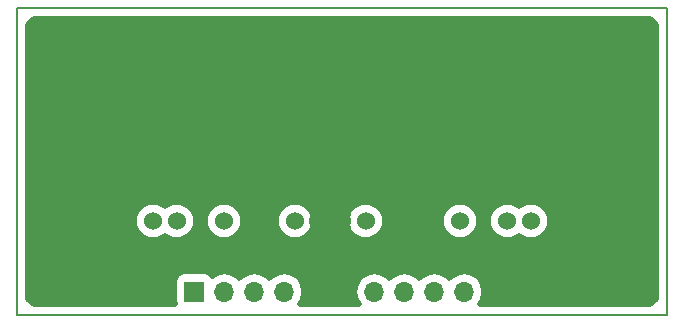
<source format=gbr>
%TF.GenerationSoftware,KiCad,Pcbnew,4.0.7*%
%TF.CreationDate,2021-06-18T00:55:45+09:00*%
%TF.ProjectId,NuTube_Conversion_Board,4E75547562655F436F6E76657273696F,rev?*%
%TF.FileFunction,Copper,L2,Bot,Signal*%
%FSLAX46Y46*%
G04 Gerber Fmt 4.6, Leading zero omitted, Abs format (unit mm)*
G04 Created by KiCad (PCBNEW 4.0.7) date 06/18/21 00:55:45*
%MOMM*%
%LPD*%
G01*
G04 APERTURE LIST*
%ADD10C,0.100000*%
%ADD11C,0.150000*%
%ADD12C,0.762000*%
%ADD13R,1.700000X1.700000*%
%ADD14O,1.700000X1.700000*%
%ADD15C,1.524000*%
%ADD16C,0.500000*%
G04 APERTURE END LIST*
D10*
D11*
X176000000Y-97000000D02*
X176000000Y-123000000D01*
X121000000Y-97000000D02*
X121000000Y-123000000D01*
X176000000Y-123000000D02*
X121000000Y-123000000D01*
X121000000Y-97000000D02*
X176000000Y-97000000D01*
D12*
X132500000Y-121500000D03*
X162500000Y-121500000D03*
X153500000Y-117000000D03*
X141500000Y-116500000D03*
X174500000Y-121500000D03*
D13*
X123000000Y-99000000D03*
D14*
X123000000Y-101540000D03*
X123000000Y-104080000D03*
X123000000Y-106620000D03*
D13*
X136000000Y-121000000D03*
D14*
X138540000Y-121000000D03*
X141080000Y-121000000D03*
X143620000Y-121000000D03*
X146160000Y-121000000D03*
X148700000Y-121000000D03*
X151240000Y-121000000D03*
X153780000Y-121000000D03*
X156320000Y-121000000D03*
X158860000Y-121000000D03*
D13*
X174000000Y-99000000D03*
D14*
X174000000Y-101540000D03*
X174000000Y-104080000D03*
X174000000Y-106620000D03*
D15*
X148501100Y-115003600D03*
X150501100Y-115003600D03*
X158501100Y-115003600D03*
X162501100Y-115003600D03*
X164501100Y-115003600D03*
X132501100Y-115003600D03*
X134501100Y-115003600D03*
X138501100Y-115003600D03*
X144501100Y-115003600D03*
X146501100Y-115003600D03*
D12*
X122500000Y-121500000D03*
D16*
G36*
X175075000Y-98428554D02*
X175075000Y-121571446D01*
X174571446Y-122075000D01*
X160169249Y-122075000D01*
X160430595Y-121683867D01*
X160560000Y-121033305D01*
X160560000Y-120966695D01*
X160430595Y-120316133D01*
X160062082Y-119764613D01*
X159510562Y-119396100D01*
X158860000Y-119266695D01*
X158209438Y-119396100D01*
X157657918Y-119764613D01*
X157590000Y-119866260D01*
X157522082Y-119764613D01*
X156970562Y-119396100D01*
X156320000Y-119266695D01*
X155669438Y-119396100D01*
X155117918Y-119764613D01*
X155050000Y-119866260D01*
X154982082Y-119764613D01*
X154430562Y-119396100D01*
X153780000Y-119266695D01*
X153129438Y-119396100D01*
X152577918Y-119764613D01*
X152510000Y-119866260D01*
X152442082Y-119764613D01*
X151890562Y-119396100D01*
X151240000Y-119266695D01*
X150589438Y-119396100D01*
X150037918Y-119764613D01*
X149669405Y-120316133D01*
X149540000Y-120966695D01*
X149540000Y-121033305D01*
X149669405Y-121683867D01*
X149930751Y-122075000D01*
X144929249Y-122075000D01*
X145190595Y-121683867D01*
X145320000Y-121033305D01*
X145320000Y-120966695D01*
X145190595Y-120316133D01*
X144822082Y-119764613D01*
X144270562Y-119396100D01*
X143620000Y-119266695D01*
X142969438Y-119396100D01*
X142417918Y-119764613D01*
X142350000Y-119866260D01*
X142282082Y-119764613D01*
X141730562Y-119396100D01*
X141080000Y-119266695D01*
X140429438Y-119396100D01*
X139877918Y-119764613D01*
X139810000Y-119866260D01*
X139742082Y-119764613D01*
X139190562Y-119396100D01*
X138540000Y-119266695D01*
X137889438Y-119396100D01*
X137529648Y-119636504D01*
X137471223Y-119545709D01*
X137187176Y-119351628D01*
X136850000Y-119283348D01*
X135150000Y-119283348D01*
X134835009Y-119342618D01*
X134545709Y-119528777D01*
X134351628Y-119812824D01*
X134283348Y-120150000D01*
X134283348Y-121850000D01*
X134325685Y-122075000D01*
X122428554Y-122075000D01*
X121925000Y-121571446D01*
X121925000Y-115322840D01*
X130888821Y-115322840D01*
X131133716Y-115915532D01*
X131586783Y-116369390D01*
X132179047Y-116615320D01*
X132820340Y-116615879D01*
X133413032Y-116370984D01*
X133500856Y-116283313D01*
X133586783Y-116369390D01*
X134179047Y-116615320D01*
X134820340Y-116615879D01*
X135413032Y-116370984D01*
X135866890Y-115917917D01*
X136112820Y-115325653D01*
X136112822Y-115322840D01*
X136888821Y-115322840D01*
X137133716Y-115915532D01*
X137586783Y-116369390D01*
X138179047Y-116615320D01*
X138820340Y-116615879D01*
X139413032Y-116370984D01*
X139866890Y-115917917D01*
X140112820Y-115325653D01*
X140112822Y-115322840D01*
X142888821Y-115322840D01*
X143133716Y-115915532D01*
X143586783Y-116369390D01*
X144179047Y-116615320D01*
X144820340Y-116615879D01*
X145413032Y-116370984D01*
X145866890Y-115917917D01*
X146112820Y-115325653D01*
X146112822Y-115322840D01*
X148888821Y-115322840D01*
X149133716Y-115915532D01*
X149586783Y-116369390D01*
X150179047Y-116615320D01*
X150820340Y-116615879D01*
X151413032Y-116370984D01*
X151866890Y-115917917D01*
X152112820Y-115325653D01*
X152112822Y-115322840D01*
X156888821Y-115322840D01*
X157133716Y-115915532D01*
X157586783Y-116369390D01*
X158179047Y-116615320D01*
X158820340Y-116615879D01*
X159413032Y-116370984D01*
X159866890Y-115917917D01*
X160112820Y-115325653D01*
X160112822Y-115322840D01*
X160888821Y-115322840D01*
X161133716Y-115915532D01*
X161586783Y-116369390D01*
X162179047Y-116615320D01*
X162820340Y-116615879D01*
X163413032Y-116370984D01*
X163500856Y-116283313D01*
X163586783Y-116369390D01*
X164179047Y-116615320D01*
X164820340Y-116615879D01*
X165413032Y-116370984D01*
X165866890Y-115917917D01*
X166112820Y-115325653D01*
X166113379Y-114684360D01*
X165868484Y-114091668D01*
X165415417Y-113637810D01*
X164823153Y-113391880D01*
X164181860Y-113391321D01*
X163589168Y-113636216D01*
X163501344Y-113723887D01*
X163415417Y-113637810D01*
X162823153Y-113391880D01*
X162181860Y-113391321D01*
X161589168Y-113636216D01*
X161135310Y-114089283D01*
X160889380Y-114681547D01*
X160888821Y-115322840D01*
X160112822Y-115322840D01*
X160113379Y-114684360D01*
X159868484Y-114091668D01*
X159415417Y-113637810D01*
X158823153Y-113391880D01*
X158181860Y-113391321D01*
X157589168Y-113636216D01*
X157135310Y-114089283D01*
X156889380Y-114681547D01*
X156888821Y-115322840D01*
X152112822Y-115322840D01*
X152113379Y-114684360D01*
X151868484Y-114091668D01*
X151415417Y-113637810D01*
X150823153Y-113391880D01*
X150181860Y-113391321D01*
X149589168Y-113636216D01*
X149135310Y-114089283D01*
X148889380Y-114681547D01*
X148888821Y-115322840D01*
X146112822Y-115322840D01*
X146113379Y-114684360D01*
X145868484Y-114091668D01*
X145415417Y-113637810D01*
X144823153Y-113391880D01*
X144181860Y-113391321D01*
X143589168Y-113636216D01*
X143135310Y-114089283D01*
X142889380Y-114681547D01*
X142888821Y-115322840D01*
X140112822Y-115322840D01*
X140113379Y-114684360D01*
X139868484Y-114091668D01*
X139415417Y-113637810D01*
X138823153Y-113391880D01*
X138181860Y-113391321D01*
X137589168Y-113636216D01*
X137135310Y-114089283D01*
X136889380Y-114681547D01*
X136888821Y-115322840D01*
X136112822Y-115322840D01*
X136113379Y-114684360D01*
X135868484Y-114091668D01*
X135415417Y-113637810D01*
X134823153Y-113391880D01*
X134181860Y-113391321D01*
X133589168Y-113636216D01*
X133501344Y-113723887D01*
X133415417Y-113637810D01*
X132823153Y-113391880D01*
X132181860Y-113391321D01*
X131589168Y-113636216D01*
X131135310Y-114089283D01*
X130889380Y-114681547D01*
X130888821Y-115322840D01*
X121925000Y-115322840D01*
X121925000Y-98428554D01*
X122428554Y-97925000D01*
X174571446Y-97925000D01*
X175075000Y-98428554D01*
X175075000Y-98428554D01*
G37*
X175075000Y-98428554D02*
X175075000Y-121571446D01*
X174571446Y-122075000D01*
X160169249Y-122075000D01*
X160430595Y-121683867D01*
X160560000Y-121033305D01*
X160560000Y-120966695D01*
X160430595Y-120316133D01*
X160062082Y-119764613D01*
X159510562Y-119396100D01*
X158860000Y-119266695D01*
X158209438Y-119396100D01*
X157657918Y-119764613D01*
X157590000Y-119866260D01*
X157522082Y-119764613D01*
X156970562Y-119396100D01*
X156320000Y-119266695D01*
X155669438Y-119396100D01*
X155117918Y-119764613D01*
X155050000Y-119866260D01*
X154982082Y-119764613D01*
X154430562Y-119396100D01*
X153780000Y-119266695D01*
X153129438Y-119396100D01*
X152577918Y-119764613D01*
X152510000Y-119866260D01*
X152442082Y-119764613D01*
X151890562Y-119396100D01*
X151240000Y-119266695D01*
X150589438Y-119396100D01*
X150037918Y-119764613D01*
X149669405Y-120316133D01*
X149540000Y-120966695D01*
X149540000Y-121033305D01*
X149669405Y-121683867D01*
X149930751Y-122075000D01*
X144929249Y-122075000D01*
X145190595Y-121683867D01*
X145320000Y-121033305D01*
X145320000Y-120966695D01*
X145190595Y-120316133D01*
X144822082Y-119764613D01*
X144270562Y-119396100D01*
X143620000Y-119266695D01*
X142969438Y-119396100D01*
X142417918Y-119764613D01*
X142350000Y-119866260D01*
X142282082Y-119764613D01*
X141730562Y-119396100D01*
X141080000Y-119266695D01*
X140429438Y-119396100D01*
X139877918Y-119764613D01*
X139810000Y-119866260D01*
X139742082Y-119764613D01*
X139190562Y-119396100D01*
X138540000Y-119266695D01*
X137889438Y-119396100D01*
X137529648Y-119636504D01*
X137471223Y-119545709D01*
X137187176Y-119351628D01*
X136850000Y-119283348D01*
X135150000Y-119283348D01*
X134835009Y-119342618D01*
X134545709Y-119528777D01*
X134351628Y-119812824D01*
X134283348Y-120150000D01*
X134283348Y-121850000D01*
X134325685Y-122075000D01*
X122428554Y-122075000D01*
X121925000Y-121571446D01*
X121925000Y-115322840D01*
X130888821Y-115322840D01*
X131133716Y-115915532D01*
X131586783Y-116369390D01*
X132179047Y-116615320D01*
X132820340Y-116615879D01*
X133413032Y-116370984D01*
X133500856Y-116283313D01*
X133586783Y-116369390D01*
X134179047Y-116615320D01*
X134820340Y-116615879D01*
X135413032Y-116370984D01*
X135866890Y-115917917D01*
X136112820Y-115325653D01*
X136112822Y-115322840D01*
X136888821Y-115322840D01*
X137133716Y-115915532D01*
X137586783Y-116369390D01*
X138179047Y-116615320D01*
X138820340Y-116615879D01*
X139413032Y-116370984D01*
X139866890Y-115917917D01*
X140112820Y-115325653D01*
X140112822Y-115322840D01*
X142888821Y-115322840D01*
X143133716Y-115915532D01*
X143586783Y-116369390D01*
X144179047Y-116615320D01*
X144820340Y-116615879D01*
X145413032Y-116370984D01*
X145866890Y-115917917D01*
X146112820Y-115325653D01*
X146112822Y-115322840D01*
X148888821Y-115322840D01*
X149133716Y-115915532D01*
X149586783Y-116369390D01*
X150179047Y-116615320D01*
X150820340Y-116615879D01*
X151413032Y-116370984D01*
X151866890Y-115917917D01*
X152112820Y-115325653D01*
X152112822Y-115322840D01*
X156888821Y-115322840D01*
X157133716Y-115915532D01*
X157586783Y-116369390D01*
X158179047Y-116615320D01*
X158820340Y-116615879D01*
X159413032Y-116370984D01*
X159866890Y-115917917D01*
X160112820Y-115325653D01*
X160112822Y-115322840D01*
X160888821Y-115322840D01*
X161133716Y-115915532D01*
X161586783Y-116369390D01*
X162179047Y-116615320D01*
X162820340Y-116615879D01*
X163413032Y-116370984D01*
X163500856Y-116283313D01*
X163586783Y-116369390D01*
X164179047Y-116615320D01*
X164820340Y-116615879D01*
X165413032Y-116370984D01*
X165866890Y-115917917D01*
X166112820Y-115325653D01*
X166113379Y-114684360D01*
X165868484Y-114091668D01*
X165415417Y-113637810D01*
X164823153Y-113391880D01*
X164181860Y-113391321D01*
X163589168Y-113636216D01*
X163501344Y-113723887D01*
X163415417Y-113637810D01*
X162823153Y-113391880D01*
X162181860Y-113391321D01*
X161589168Y-113636216D01*
X161135310Y-114089283D01*
X160889380Y-114681547D01*
X160888821Y-115322840D01*
X160112822Y-115322840D01*
X160113379Y-114684360D01*
X159868484Y-114091668D01*
X159415417Y-113637810D01*
X158823153Y-113391880D01*
X158181860Y-113391321D01*
X157589168Y-113636216D01*
X157135310Y-114089283D01*
X156889380Y-114681547D01*
X156888821Y-115322840D01*
X152112822Y-115322840D01*
X152113379Y-114684360D01*
X151868484Y-114091668D01*
X151415417Y-113637810D01*
X150823153Y-113391880D01*
X150181860Y-113391321D01*
X149589168Y-113636216D01*
X149135310Y-114089283D01*
X148889380Y-114681547D01*
X148888821Y-115322840D01*
X146112822Y-115322840D01*
X146113379Y-114684360D01*
X145868484Y-114091668D01*
X145415417Y-113637810D01*
X144823153Y-113391880D01*
X144181860Y-113391321D01*
X143589168Y-113636216D01*
X143135310Y-114089283D01*
X142889380Y-114681547D01*
X142888821Y-115322840D01*
X140112822Y-115322840D01*
X140113379Y-114684360D01*
X139868484Y-114091668D01*
X139415417Y-113637810D01*
X138823153Y-113391880D01*
X138181860Y-113391321D01*
X137589168Y-113636216D01*
X137135310Y-114089283D01*
X136889380Y-114681547D01*
X136888821Y-115322840D01*
X136112822Y-115322840D01*
X136113379Y-114684360D01*
X135868484Y-114091668D01*
X135415417Y-113637810D01*
X134823153Y-113391880D01*
X134181860Y-113391321D01*
X133589168Y-113636216D01*
X133501344Y-113723887D01*
X133415417Y-113637810D01*
X132823153Y-113391880D01*
X132181860Y-113391321D01*
X131589168Y-113636216D01*
X131135310Y-114089283D01*
X130889380Y-114681547D01*
X130888821Y-115322840D01*
X121925000Y-115322840D01*
X121925000Y-98428554D01*
X122428554Y-97925000D01*
X174571446Y-97925000D01*
X175075000Y-98428554D01*
M02*

</source>
